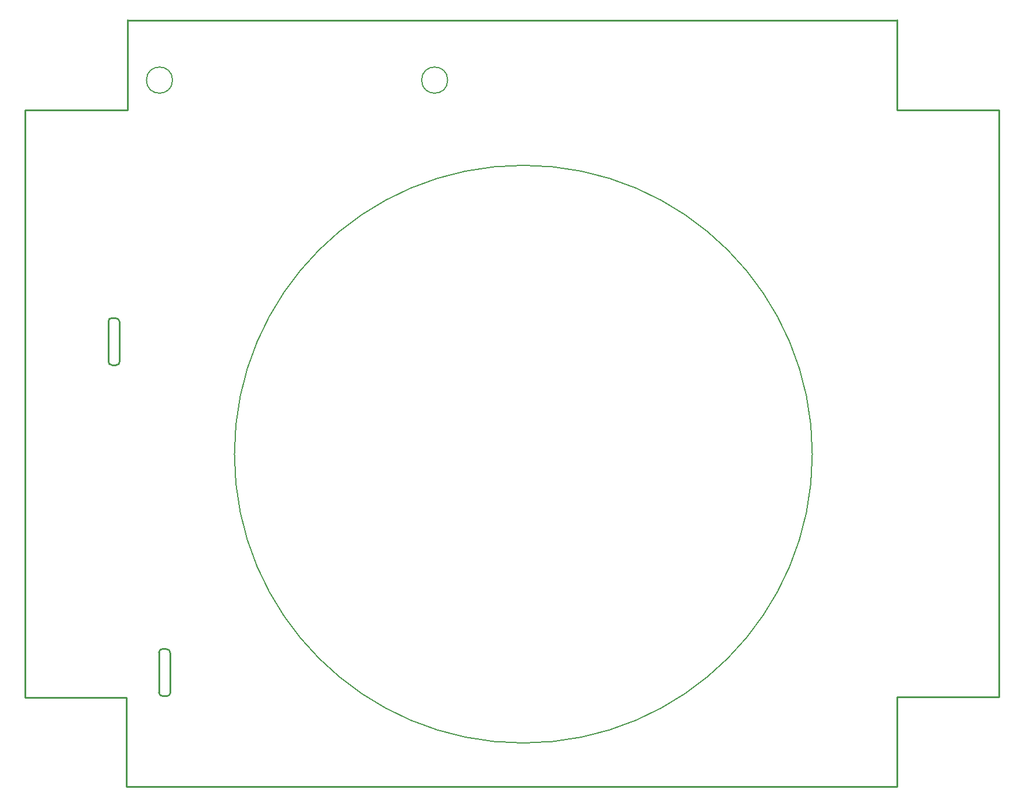
<source format=gko>
G04*
G04 #@! TF.GenerationSoftware,Altium Limited,Altium Designer,21.8.1 (53)*
G04*
G04 Layer_Color=16711935*
%FSLAX25Y25*%
%MOIN*%
G70*
G04*
G04 #@! TF.SameCoordinates,D4491EC1-A137-4559-8BF3-DD038A9F8487*
G04*
G04*
G04 #@! TF.FilePolarity,Positive*
G04*
G01*
G75*
%ADD12C,0.01000*%
%ADD13C,0.00591*%
D12*
X-195500Y-143000D02*
G03*
X-198000Y-140500I-2500J0D01*
G01*
X-200000D02*
G03*
X-202000Y-142500I0J-2000D01*
G01*
Y-165500D02*
G03*
X-200000Y-167500I2000J0D01*
G01*
X-197500D02*
G03*
X-195500Y-165500I0J2000D01*
G01*
X-226500Y22000D02*
G03*
X-224500Y24000I0J2000D01*
G01*
X-231000D02*
G03*
X-229000Y22000I2000J0D01*
G01*
Y49000D02*
G03*
X-231000Y47000I0J-2000D01*
G01*
X-224500Y46500D02*
G03*
X-227000Y49000I-2500J0D01*
G01*
X-195500Y-152500D02*
Y-143000D01*
X-200000Y-140500D02*
X-198000D01*
X-202000Y-165500D02*
Y-142500D01*
X-200000Y-167500D02*
X-197500D01*
X-195500Y-165500D02*
Y-152500D01*
X-224500Y24000D02*
Y37000D01*
X-229000Y22000D02*
X-226500D01*
X-231000Y24000D02*
Y47000D01*
X-229000Y49000D02*
X-227000D01*
X-224500Y37000D02*
Y46500D01*
X278543Y-168000D02*
X278543Y168000D01*
X-220500Y-219488D02*
X220500D01*
Y168000D02*
X278500D01*
X220500Y-219500D02*
Y-168000D01*
X278500D01*
X-278543Y-168500D02*
X-278543Y168000D01*
X-220000Y219488D02*
X220500Y219488D01*
Y168000D02*
Y219500D01*
X-278500Y168000D02*
X-220000D01*
Y219500D01*
X-220500Y-219500D02*
Y-168500D01*
X-278500D02*
X-220500D01*
D13*
X-36779Y185134D02*
G03*
X-36779Y185134I-7480J0D01*
G01*
X-194260D02*
G03*
X-194260Y185134I-7480J0D01*
G01*
X171854Y-29000D02*
G03*
X171854Y-29000I-165354J0D01*
G01*
M02*

</source>
